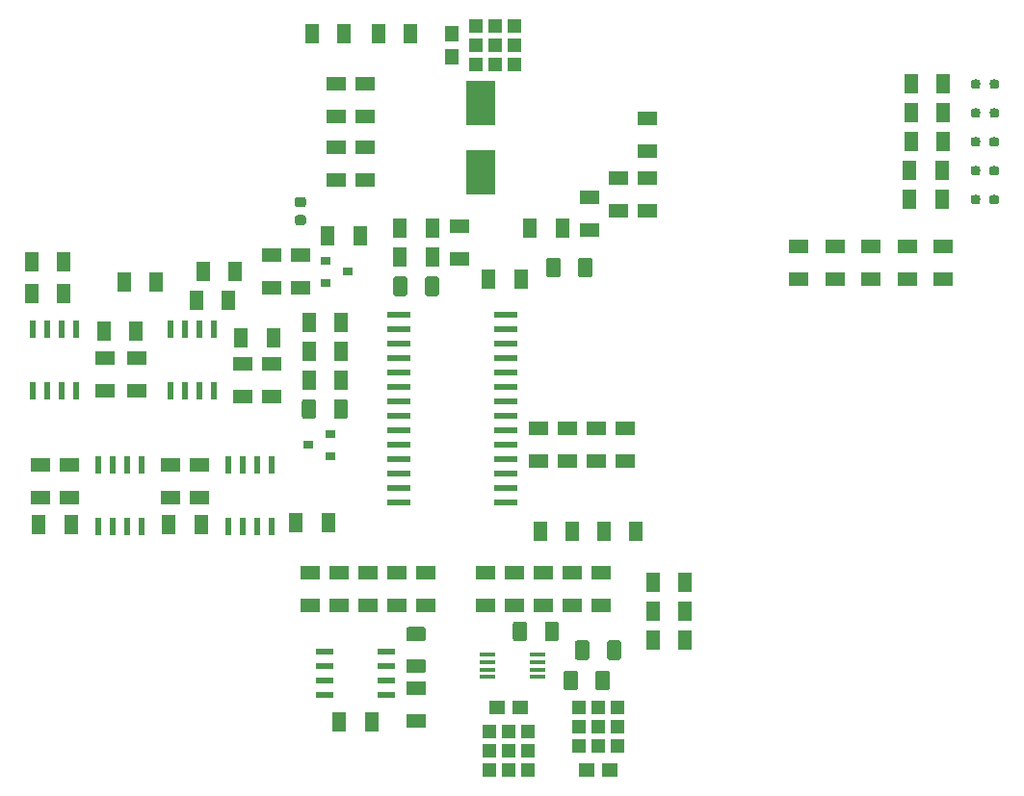
<source format=gbr>
G04 #@! TF.GenerationSoftware,KiCad,Pcbnew,(5.0.0)*
G04 #@! TF.CreationDate,2018-12-13T19:23:09+01:00*
G04 #@! TF.ProjectId,TrackAmplifier,547261636B416D706C69666965722E6B,rev?*
G04 #@! TF.SameCoordinates,Original*
G04 #@! TF.FileFunction,Paste,Top*
G04 #@! TF.FilePolarity,Positive*
%FSLAX46Y46*%
G04 Gerber Fmt 4.6, Leading zero omitted, Abs format (unit mm)*
G04 Created by KiCad (PCBNEW (5.0.0)) date 12/13/18 19:23:09*
%MOMM*%
%LPD*%
G01*
G04 APERTURE LIST*
%ADD10R,0.900000X0.800000*%
%ADD11R,1.220000X1.800000*%
%ADD12R,1.800000X1.220000*%
%ADD13R,0.600000X1.550000*%
%ADD14R,2.000000X0.600000*%
%ADD15C,0.100000*%
%ADD16C,1.250000*%
%ADD17R,1.200000X1.250000*%
%ADD18R,1.270000X1.400000*%
%ADD19R,1.400000X1.270000*%
%ADD20R,1.250000X1.200000*%
%ADD21R,1.550000X0.600000*%
%ADD22R,1.450000X0.450000*%
%ADD23C,0.875000*%
%ADD24R,2.500000X4.000000*%
%ADD25C,0.800000*%
G04 APERTURE END LIST*
D10*
G04 #@! TO.C,U10*
X90116000Y-89835000D03*
X90116000Y-87935000D03*
X88116000Y-88885000D03*
G04 #@! TD*
D11*
G04 #@! TO.C,R5*
X88448000Y-52690000D03*
X91308000Y-52690000D03*
G04 #@! TD*
D12*
G04 #@! TO.C,R17*
X117945000Y-63010000D03*
X117945000Y-60150000D03*
G04 #@! TD*
G04 #@! TO.C,C1*
X70320000Y-84092000D03*
X70320000Y-81232000D03*
G04 #@! TD*
G04 #@! TO.C,C2*
X84925000Y-81740000D03*
X84925000Y-84600000D03*
G04 #@! TD*
G04 #@! TO.C,C3*
X73096675Y-81232000D03*
X73096675Y-84092000D03*
G04 #@! TD*
G04 #@! TO.C,C4*
X82385000Y-81740000D03*
X82385000Y-84600000D03*
G04 #@! TD*
G04 #@! TO.C,C5*
X90640000Y-59962000D03*
X90640000Y-57102000D03*
G04 #@! TD*
G04 #@! TO.C,C7*
X93180000Y-57102000D03*
X93180000Y-59962000D03*
G04 #@! TD*
G04 #@! TO.C,C10*
X93180000Y-65550000D03*
X93180000Y-62690000D03*
G04 #@! TD*
G04 #@! TO.C,C11*
X64605000Y-93490000D03*
X64605000Y-90630000D03*
G04 #@! TD*
G04 #@! TO.C,C12*
X76035000Y-90630000D03*
X76035000Y-93490000D03*
G04 #@! TD*
G04 #@! TO.C,C13*
X90640000Y-62690000D03*
X90640000Y-65550000D03*
G04 #@! TD*
G04 #@! TO.C,C14*
X67145000Y-93490000D03*
X67145000Y-90630000D03*
G04 #@! TD*
G04 #@! TO.C,C15*
X78575000Y-90630000D03*
X78575000Y-93490000D03*
G04 #@! TD*
G04 #@! TO.C,C19*
X90894000Y-100155000D03*
X90894000Y-103015000D03*
G04 #@! TD*
G04 #@! TO.C,C20*
X93434000Y-103015000D03*
X93434000Y-100155000D03*
G04 #@! TD*
G04 #@! TO.C,C22*
X95974000Y-100155000D03*
X95974000Y-103015000D03*
G04 #@! TD*
G04 #@! TO.C,C23*
X106261000Y-103015000D03*
X106261000Y-100155000D03*
G04 #@! TD*
G04 #@! TO.C,C24*
X108801000Y-100155000D03*
X108801000Y-103015000D03*
G04 #@! TD*
G04 #@! TO.C,C26*
X110960000Y-87452479D03*
X110960000Y-90312479D03*
G04 #@! TD*
G04 #@! TO.C,C27*
X108420000Y-90315000D03*
X108420000Y-87455000D03*
G04 #@! TD*
G04 #@! TO.C,C28*
X111341000Y-100155000D03*
X111341000Y-103015000D03*
G04 #@! TD*
G04 #@! TO.C,C29*
X113500000Y-87455000D03*
X113500000Y-90315000D03*
G04 #@! TD*
D11*
G04 #@! TO.C,C30*
X74798000Y-74534000D03*
X71938000Y-74534000D03*
G04 #@! TD*
G04 #@! TO.C,C31*
X99055000Y-72375000D03*
X96195000Y-72375000D03*
G04 #@! TD*
G04 #@! TO.C,D5*
X81750000Y-73645000D03*
X78890000Y-73645000D03*
G04 #@! TD*
G04 #@! TO.C,D6*
X81148000Y-76185000D03*
X78288000Y-76185000D03*
G04 #@! TD*
D10*
G04 #@! TO.C,Q1*
X89640000Y-72695000D03*
X89640000Y-74595000D03*
X91640000Y-73645000D03*
G04 #@! TD*
D11*
G04 #@! TO.C,R1*
X70160000Y-78852000D03*
X73020000Y-78852000D03*
G04 #@! TD*
G04 #@! TO.C,R2*
X82225000Y-79487000D03*
X85085000Y-79487000D03*
G04 #@! TD*
G04 #@! TO.C,R3*
X97150000Y-52690000D03*
X94290000Y-52690000D03*
G04 #@! TD*
D12*
G04 #@! TO.C,R4*
X140805000Y-71420000D03*
X140805000Y-74280000D03*
G04 #@! TD*
G04 #@! TO.C,R6*
X137630000Y-71420000D03*
X137630000Y-74280000D03*
G04 #@! TD*
G04 #@! TO.C,R7*
X143980000Y-71420000D03*
X143980000Y-74280000D03*
G04 #@! TD*
G04 #@! TO.C,R8*
X84925000Y-75075000D03*
X84925000Y-72215000D03*
G04 #@! TD*
D11*
G04 #@! TO.C,R9*
X64445000Y-95870000D03*
X67305000Y-95870000D03*
G04 #@! TD*
G04 #@! TO.C,R10*
X78735000Y-95870000D03*
X75875000Y-95870000D03*
G04 #@! TD*
G04 #@! TO.C,R11*
X118420000Y-106030000D03*
X121280000Y-106030000D03*
G04 #@! TD*
D12*
G04 #@! TO.C,R12*
X88354000Y-103015000D03*
X88354000Y-100155000D03*
G04 #@! TD*
D11*
G04 #@! TO.C,R13*
X93721000Y-113269000D03*
X90861000Y-113269000D03*
G04 #@! TD*
G04 #@! TO.C,R14*
X89911000Y-95743000D03*
X87051000Y-95743000D03*
G04 #@! TD*
D12*
G04 #@! TO.C,R15*
X97625000Y-113175000D03*
X97625000Y-110315000D03*
G04 #@! TD*
G04 #@! TO.C,R18*
X98514000Y-103015000D03*
X98514000Y-100155000D03*
G04 #@! TD*
G04 #@! TO.C,R19*
X103721000Y-103015000D03*
X103721000Y-100155000D03*
G04 #@! TD*
D11*
G04 #@! TO.C,R22*
X103975000Y-74280000D03*
X106835000Y-74280000D03*
G04 #@! TD*
D12*
G04 #@! TO.C,R23*
X113881000Y-103015000D03*
X113881000Y-100155000D03*
G04 #@! TD*
G04 #@! TO.C,R24*
X134455000Y-74280000D03*
X134455000Y-71420000D03*
G04 #@! TD*
G04 #@! TO.C,R25*
X116040000Y-90315000D03*
X116040000Y-87455000D03*
G04 #@! TD*
D11*
G04 #@! TO.C,R30*
X63810000Y-75550000D03*
X66670000Y-75550000D03*
G04 #@! TD*
G04 #@! TO.C,R31*
X99055000Y-69835000D03*
X96195000Y-69835000D03*
G04 #@! TD*
D12*
G04 #@! TO.C,R32*
X101435000Y-72535000D03*
X101435000Y-69675000D03*
G04 #@! TD*
D11*
G04 #@! TO.C,R33*
X63810000Y-72756000D03*
X66670000Y-72756000D03*
G04 #@! TD*
D13*
G04 #@! TO.C,U1*
X67780000Y-78692000D03*
X66510000Y-78692000D03*
X65240000Y-78692000D03*
X63970000Y-78692000D03*
X63970000Y-84092000D03*
X65240000Y-84092000D03*
X66510000Y-84092000D03*
X67780000Y-84092000D03*
G04 #@! TD*
G04 #@! TO.C,U2*
X79845000Y-78692000D03*
X78575000Y-78692000D03*
X77305000Y-78692000D03*
X76035000Y-78692000D03*
X76035000Y-84092000D03*
X77305000Y-84092000D03*
X78575000Y-84092000D03*
X79845000Y-84092000D03*
G04 #@! TD*
G04 #@! TO.C,U5*
X69685000Y-90630000D03*
X70955000Y-90630000D03*
X72225000Y-90630000D03*
X73495000Y-90630000D03*
X73495000Y-96030000D03*
X72225000Y-96030000D03*
X70955000Y-96030000D03*
X69685000Y-96030000D03*
G04 #@! TD*
G04 #@! TO.C,U6*
X81115000Y-90630000D03*
X82385000Y-90630000D03*
X83655000Y-90630000D03*
X84925000Y-90630000D03*
X84925000Y-96030000D03*
X83655000Y-96030000D03*
X82385000Y-96030000D03*
X81115000Y-96030000D03*
G04 #@! TD*
D14*
G04 #@! TO.C,U9*
X96100000Y-77452479D03*
X96100000Y-78722479D03*
X96100000Y-79992479D03*
X96100000Y-81262479D03*
X96100000Y-82532479D03*
X96100000Y-83802479D03*
X96100000Y-85072479D03*
X96100000Y-86342479D03*
X96100000Y-87612479D03*
X96100000Y-88882479D03*
X96100000Y-90152479D03*
X96100000Y-91422479D03*
X96100000Y-92692479D03*
X96100000Y-93962479D03*
X105500000Y-93962479D03*
X105500000Y-92692479D03*
X105500000Y-91422479D03*
X105500000Y-90152479D03*
X105500000Y-88882479D03*
X105500000Y-87612479D03*
X105500000Y-86342479D03*
X105500000Y-85072479D03*
X105500000Y-83802479D03*
X105500000Y-82532479D03*
X105500000Y-81262479D03*
X105500000Y-79992479D03*
X105500000Y-78722479D03*
X105500000Y-77452479D03*
G04 #@! TD*
D11*
G04 #@! TO.C,C32*
X88194000Y-80630000D03*
X91054000Y-80630000D03*
G04 #@! TD*
G04 #@! TO.C,C33*
X91054000Y-83170000D03*
X88194000Y-83170000D03*
G04 #@! TD*
G04 #@! TO.C,R34*
X88194000Y-78090000D03*
X91054000Y-78090000D03*
G04 #@! TD*
G04 #@! TO.C,C34*
X121280000Y-103490000D03*
X118420000Y-103490000D03*
G04 #@! TD*
G04 #@! TO.C,C35*
X118420000Y-100950000D03*
X121280000Y-100950000D03*
G04 #@! TD*
D12*
G04 #@! TO.C,R36*
X87465000Y-72215000D03*
X87465000Y-75075000D03*
G04 #@! TD*
D11*
G04 #@! TO.C,R37*
X116962000Y-96505000D03*
X114102000Y-96505000D03*
G04 #@! TD*
D12*
G04 #@! TO.C,C36*
X112865000Y-69995000D03*
X112865000Y-67135000D03*
G04 #@! TD*
D11*
G04 #@! TO.C,D9*
X110485000Y-69835000D03*
X107625000Y-69835000D03*
G04 #@! TD*
D12*
G04 #@! TO.C,D10*
X115405000Y-65390000D03*
X115405000Y-68250000D03*
G04 #@! TD*
G04 #@! TO.C,R39*
X117945000Y-68250000D03*
X117945000Y-65390000D03*
G04 #@! TD*
D11*
G04 #@! TO.C,R26*
X141120000Y-57135000D03*
X143980000Y-57135000D03*
G04 #@! TD*
G04 #@! TO.C,R27*
X143980000Y-59675000D03*
X141120000Y-59675000D03*
G04 #@! TD*
G04 #@! TO.C,R28*
X141120000Y-62215000D03*
X143980000Y-62215000D03*
G04 #@! TD*
G04 #@! TO.C,R29*
X143877815Y-67295000D03*
X141017815Y-67295000D03*
G04 #@! TD*
G04 #@! TO.C,R35*
X143877815Y-64755000D03*
X141017815Y-64755000D03*
G04 #@! TD*
G04 #@! TO.C,C37*
X92705000Y-70470000D03*
X89845000Y-70470000D03*
G04 #@! TD*
D12*
G04 #@! TO.C,R40*
X131280000Y-71420000D03*
X131280000Y-74280000D03*
G04 #@! TD*
D11*
G04 #@! TO.C,C38*
X108514000Y-96505000D03*
X111374000Y-96505000D03*
G04 #@! TD*
D15*
G04 #@! TO.C,C39*
G36*
X88623504Y-84836204D02*
X88647773Y-84839804D01*
X88671571Y-84845765D01*
X88694671Y-84854030D01*
X88716849Y-84864520D01*
X88737893Y-84877133D01*
X88757598Y-84891747D01*
X88775777Y-84908223D01*
X88792253Y-84926402D01*
X88806867Y-84946107D01*
X88819480Y-84967151D01*
X88829970Y-84989329D01*
X88838235Y-85012429D01*
X88844196Y-85036227D01*
X88847796Y-85060496D01*
X88849000Y-85085000D01*
X88849000Y-86335000D01*
X88847796Y-86359504D01*
X88844196Y-86383773D01*
X88838235Y-86407571D01*
X88829970Y-86430671D01*
X88819480Y-86452849D01*
X88806867Y-86473893D01*
X88792253Y-86493598D01*
X88775777Y-86511777D01*
X88757598Y-86528253D01*
X88737893Y-86542867D01*
X88716849Y-86555480D01*
X88694671Y-86565970D01*
X88671571Y-86574235D01*
X88647773Y-86580196D01*
X88623504Y-86583796D01*
X88599000Y-86585000D01*
X87849000Y-86585000D01*
X87824496Y-86583796D01*
X87800227Y-86580196D01*
X87776429Y-86574235D01*
X87753329Y-86565970D01*
X87731151Y-86555480D01*
X87710107Y-86542867D01*
X87690402Y-86528253D01*
X87672223Y-86511777D01*
X87655747Y-86493598D01*
X87641133Y-86473893D01*
X87628520Y-86452849D01*
X87618030Y-86430671D01*
X87609765Y-86407571D01*
X87603804Y-86383773D01*
X87600204Y-86359504D01*
X87599000Y-86335000D01*
X87599000Y-85085000D01*
X87600204Y-85060496D01*
X87603804Y-85036227D01*
X87609765Y-85012429D01*
X87618030Y-84989329D01*
X87628520Y-84967151D01*
X87641133Y-84946107D01*
X87655747Y-84926402D01*
X87672223Y-84908223D01*
X87690402Y-84891747D01*
X87710107Y-84877133D01*
X87731151Y-84864520D01*
X87753329Y-84854030D01*
X87776429Y-84845765D01*
X87800227Y-84839804D01*
X87824496Y-84836204D01*
X87849000Y-84835000D01*
X88599000Y-84835000D01*
X88623504Y-84836204D01*
X88623504Y-84836204D01*
G37*
D16*
X88224000Y-85710000D03*
D15*
G36*
X91423504Y-84836204D02*
X91447773Y-84839804D01*
X91471571Y-84845765D01*
X91494671Y-84854030D01*
X91516849Y-84864520D01*
X91537893Y-84877133D01*
X91557598Y-84891747D01*
X91575777Y-84908223D01*
X91592253Y-84926402D01*
X91606867Y-84946107D01*
X91619480Y-84967151D01*
X91629970Y-84989329D01*
X91638235Y-85012429D01*
X91644196Y-85036227D01*
X91647796Y-85060496D01*
X91649000Y-85085000D01*
X91649000Y-86335000D01*
X91647796Y-86359504D01*
X91644196Y-86383773D01*
X91638235Y-86407571D01*
X91629970Y-86430671D01*
X91619480Y-86452849D01*
X91606867Y-86473893D01*
X91592253Y-86493598D01*
X91575777Y-86511777D01*
X91557598Y-86528253D01*
X91537893Y-86542867D01*
X91516849Y-86555480D01*
X91494671Y-86565970D01*
X91471571Y-86574235D01*
X91447773Y-86580196D01*
X91423504Y-86583796D01*
X91399000Y-86585000D01*
X90649000Y-86585000D01*
X90624496Y-86583796D01*
X90600227Y-86580196D01*
X90576429Y-86574235D01*
X90553329Y-86565970D01*
X90531151Y-86555480D01*
X90510107Y-86542867D01*
X90490402Y-86528253D01*
X90472223Y-86511777D01*
X90455747Y-86493598D01*
X90441133Y-86473893D01*
X90428520Y-86452849D01*
X90418030Y-86430671D01*
X90409765Y-86407571D01*
X90403804Y-86383773D01*
X90400204Y-86359504D01*
X90399000Y-86335000D01*
X90399000Y-85085000D01*
X90400204Y-85060496D01*
X90403804Y-85036227D01*
X90409765Y-85012429D01*
X90418030Y-84989329D01*
X90428520Y-84967151D01*
X90441133Y-84946107D01*
X90455747Y-84926402D01*
X90472223Y-84908223D01*
X90490402Y-84891747D01*
X90510107Y-84877133D01*
X90531151Y-84864520D01*
X90553329Y-84854030D01*
X90576429Y-84845765D01*
X90600227Y-84839804D01*
X90624496Y-84836204D01*
X90649000Y-84835000D01*
X91399000Y-84835000D01*
X91423504Y-84836204D01*
X91423504Y-84836204D01*
G37*
D16*
X91024000Y-85710000D03*
G04 #@! TD*
D17*
G04 #@! TO.C,D7*
X106270000Y-52006000D03*
X106270000Y-55406000D03*
X106270000Y-53706000D03*
X104610000Y-52006000D03*
X104610000Y-53706000D03*
X104610000Y-55406000D03*
X102920000Y-52006000D03*
X102920000Y-53706000D03*
X102920000Y-55406000D03*
D18*
X100805000Y-52666000D03*
X100805000Y-54746000D03*
G04 #@! TD*
D19*
G04 #@! TO.C,D11*
X114667000Y-117455000D03*
X112587000Y-117455000D03*
D20*
X115327000Y-115340000D03*
X113627000Y-115340000D03*
X111927000Y-115340000D03*
X115327000Y-113650000D03*
X113627000Y-113650000D03*
X111927000Y-113650000D03*
X113627000Y-111990000D03*
X115327000Y-111990000D03*
X111927000Y-111990000D03*
G04 #@! TD*
D19*
G04 #@! TO.C,D12*
X104713000Y-112004000D03*
X106793000Y-112004000D03*
D20*
X104053000Y-114119000D03*
X105753000Y-114119000D03*
X107453000Y-114119000D03*
X104053000Y-115809000D03*
X105753000Y-115809000D03*
X107453000Y-115809000D03*
X105753000Y-117469000D03*
X104053000Y-117469000D03*
X107453000Y-117469000D03*
G04 #@! TD*
D15*
G04 #@! TO.C,D14*
G36*
X107165504Y-104394204D02*
X107189773Y-104397804D01*
X107213571Y-104403765D01*
X107236671Y-104412030D01*
X107258849Y-104422520D01*
X107279893Y-104435133D01*
X107299598Y-104449747D01*
X107317777Y-104466223D01*
X107334253Y-104484402D01*
X107348867Y-104504107D01*
X107361480Y-104525151D01*
X107371970Y-104547329D01*
X107380235Y-104570429D01*
X107386196Y-104594227D01*
X107389796Y-104618496D01*
X107391000Y-104643000D01*
X107391000Y-105893000D01*
X107389796Y-105917504D01*
X107386196Y-105941773D01*
X107380235Y-105965571D01*
X107371970Y-105988671D01*
X107361480Y-106010849D01*
X107348867Y-106031893D01*
X107334253Y-106051598D01*
X107317777Y-106069777D01*
X107299598Y-106086253D01*
X107279893Y-106100867D01*
X107258849Y-106113480D01*
X107236671Y-106123970D01*
X107213571Y-106132235D01*
X107189773Y-106138196D01*
X107165504Y-106141796D01*
X107141000Y-106143000D01*
X106391000Y-106143000D01*
X106366496Y-106141796D01*
X106342227Y-106138196D01*
X106318429Y-106132235D01*
X106295329Y-106123970D01*
X106273151Y-106113480D01*
X106252107Y-106100867D01*
X106232402Y-106086253D01*
X106214223Y-106069777D01*
X106197747Y-106051598D01*
X106183133Y-106031893D01*
X106170520Y-106010849D01*
X106160030Y-105988671D01*
X106151765Y-105965571D01*
X106145804Y-105941773D01*
X106142204Y-105917504D01*
X106141000Y-105893000D01*
X106141000Y-104643000D01*
X106142204Y-104618496D01*
X106145804Y-104594227D01*
X106151765Y-104570429D01*
X106160030Y-104547329D01*
X106170520Y-104525151D01*
X106183133Y-104504107D01*
X106197747Y-104484402D01*
X106214223Y-104466223D01*
X106232402Y-104449747D01*
X106252107Y-104435133D01*
X106273151Y-104422520D01*
X106295329Y-104412030D01*
X106318429Y-104403765D01*
X106342227Y-104397804D01*
X106366496Y-104394204D01*
X106391000Y-104393000D01*
X107141000Y-104393000D01*
X107165504Y-104394204D01*
X107165504Y-104394204D01*
G37*
D16*
X106766000Y-105268000D03*
D15*
G36*
X109965504Y-104394204D02*
X109989773Y-104397804D01*
X110013571Y-104403765D01*
X110036671Y-104412030D01*
X110058849Y-104422520D01*
X110079893Y-104435133D01*
X110099598Y-104449747D01*
X110117777Y-104466223D01*
X110134253Y-104484402D01*
X110148867Y-104504107D01*
X110161480Y-104525151D01*
X110171970Y-104547329D01*
X110180235Y-104570429D01*
X110186196Y-104594227D01*
X110189796Y-104618496D01*
X110191000Y-104643000D01*
X110191000Y-105893000D01*
X110189796Y-105917504D01*
X110186196Y-105941773D01*
X110180235Y-105965571D01*
X110171970Y-105988671D01*
X110161480Y-106010849D01*
X110148867Y-106031893D01*
X110134253Y-106051598D01*
X110117777Y-106069777D01*
X110099598Y-106086253D01*
X110079893Y-106100867D01*
X110058849Y-106113480D01*
X110036671Y-106123970D01*
X110013571Y-106132235D01*
X109989773Y-106138196D01*
X109965504Y-106141796D01*
X109941000Y-106143000D01*
X109191000Y-106143000D01*
X109166496Y-106141796D01*
X109142227Y-106138196D01*
X109118429Y-106132235D01*
X109095329Y-106123970D01*
X109073151Y-106113480D01*
X109052107Y-106100867D01*
X109032402Y-106086253D01*
X109014223Y-106069777D01*
X108997747Y-106051598D01*
X108983133Y-106031893D01*
X108970520Y-106010849D01*
X108960030Y-105988671D01*
X108951765Y-105965571D01*
X108945804Y-105941773D01*
X108942204Y-105917504D01*
X108941000Y-105893000D01*
X108941000Y-104643000D01*
X108942204Y-104618496D01*
X108945804Y-104594227D01*
X108951765Y-104570429D01*
X108960030Y-104547329D01*
X108970520Y-104525151D01*
X108983133Y-104504107D01*
X108997747Y-104484402D01*
X109014223Y-104466223D01*
X109032402Y-104449747D01*
X109052107Y-104435133D01*
X109073151Y-104422520D01*
X109095329Y-104412030D01*
X109118429Y-104403765D01*
X109142227Y-104397804D01*
X109166496Y-104394204D01*
X109191000Y-104393000D01*
X109941000Y-104393000D01*
X109965504Y-104394204D01*
X109965504Y-104394204D01*
G37*
D16*
X109566000Y-105268000D03*
G04 #@! TD*
D15*
G04 #@! TO.C,D15*
G36*
X115426504Y-106045204D02*
X115450773Y-106048804D01*
X115474571Y-106054765D01*
X115497671Y-106063030D01*
X115519849Y-106073520D01*
X115540893Y-106086133D01*
X115560598Y-106100747D01*
X115578777Y-106117223D01*
X115595253Y-106135402D01*
X115609867Y-106155107D01*
X115622480Y-106176151D01*
X115632970Y-106198329D01*
X115641235Y-106221429D01*
X115647196Y-106245227D01*
X115650796Y-106269496D01*
X115652000Y-106294000D01*
X115652000Y-107544000D01*
X115650796Y-107568504D01*
X115647196Y-107592773D01*
X115641235Y-107616571D01*
X115632970Y-107639671D01*
X115622480Y-107661849D01*
X115609867Y-107682893D01*
X115595253Y-107702598D01*
X115578777Y-107720777D01*
X115560598Y-107737253D01*
X115540893Y-107751867D01*
X115519849Y-107764480D01*
X115497671Y-107774970D01*
X115474571Y-107783235D01*
X115450773Y-107789196D01*
X115426504Y-107792796D01*
X115402000Y-107794000D01*
X114652000Y-107794000D01*
X114627496Y-107792796D01*
X114603227Y-107789196D01*
X114579429Y-107783235D01*
X114556329Y-107774970D01*
X114534151Y-107764480D01*
X114513107Y-107751867D01*
X114493402Y-107737253D01*
X114475223Y-107720777D01*
X114458747Y-107702598D01*
X114444133Y-107682893D01*
X114431520Y-107661849D01*
X114421030Y-107639671D01*
X114412765Y-107616571D01*
X114406804Y-107592773D01*
X114403204Y-107568504D01*
X114402000Y-107544000D01*
X114402000Y-106294000D01*
X114403204Y-106269496D01*
X114406804Y-106245227D01*
X114412765Y-106221429D01*
X114421030Y-106198329D01*
X114431520Y-106176151D01*
X114444133Y-106155107D01*
X114458747Y-106135402D01*
X114475223Y-106117223D01*
X114493402Y-106100747D01*
X114513107Y-106086133D01*
X114534151Y-106073520D01*
X114556329Y-106063030D01*
X114579429Y-106054765D01*
X114603227Y-106048804D01*
X114627496Y-106045204D01*
X114652000Y-106044000D01*
X115402000Y-106044000D01*
X115426504Y-106045204D01*
X115426504Y-106045204D01*
G37*
D16*
X115027000Y-106919000D03*
D15*
G36*
X112626504Y-106045204D02*
X112650773Y-106048804D01*
X112674571Y-106054765D01*
X112697671Y-106063030D01*
X112719849Y-106073520D01*
X112740893Y-106086133D01*
X112760598Y-106100747D01*
X112778777Y-106117223D01*
X112795253Y-106135402D01*
X112809867Y-106155107D01*
X112822480Y-106176151D01*
X112832970Y-106198329D01*
X112841235Y-106221429D01*
X112847196Y-106245227D01*
X112850796Y-106269496D01*
X112852000Y-106294000D01*
X112852000Y-107544000D01*
X112850796Y-107568504D01*
X112847196Y-107592773D01*
X112841235Y-107616571D01*
X112832970Y-107639671D01*
X112822480Y-107661849D01*
X112809867Y-107682893D01*
X112795253Y-107702598D01*
X112778777Y-107720777D01*
X112760598Y-107737253D01*
X112740893Y-107751867D01*
X112719849Y-107764480D01*
X112697671Y-107774970D01*
X112674571Y-107783235D01*
X112650773Y-107789196D01*
X112626504Y-107792796D01*
X112602000Y-107794000D01*
X111852000Y-107794000D01*
X111827496Y-107792796D01*
X111803227Y-107789196D01*
X111779429Y-107783235D01*
X111756329Y-107774970D01*
X111734151Y-107764480D01*
X111713107Y-107751867D01*
X111693402Y-107737253D01*
X111675223Y-107720777D01*
X111658747Y-107702598D01*
X111644133Y-107682893D01*
X111631520Y-107661849D01*
X111621030Y-107639671D01*
X111612765Y-107616571D01*
X111606804Y-107592773D01*
X111603204Y-107568504D01*
X111602000Y-107544000D01*
X111602000Y-106294000D01*
X111603204Y-106269496D01*
X111606804Y-106245227D01*
X111612765Y-106221429D01*
X111621030Y-106198329D01*
X111631520Y-106176151D01*
X111644133Y-106155107D01*
X111658747Y-106135402D01*
X111675223Y-106117223D01*
X111693402Y-106100747D01*
X111713107Y-106086133D01*
X111734151Y-106073520D01*
X111756329Y-106063030D01*
X111779429Y-106054765D01*
X111803227Y-106048804D01*
X111827496Y-106045204D01*
X111852000Y-106044000D01*
X112602000Y-106044000D01*
X112626504Y-106045204D01*
X112626504Y-106045204D01*
G37*
D16*
X112227000Y-106919000D03*
G04 #@! TD*
D15*
G04 #@! TO.C,R41*
G36*
X111610504Y-108712204D02*
X111634773Y-108715804D01*
X111658571Y-108721765D01*
X111681671Y-108730030D01*
X111703849Y-108740520D01*
X111724893Y-108753133D01*
X111744598Y-108767747D01*
X111762777Y-108784223D01*
X111779253Y-108802402D01*
X111793867Y-108822107D01*
X111806480Y-108843151D01*
X111816970Y-108865329D01*
X111825235Y-108888429D01*
X111831196Y-108912227D01*
X111834796Y-108936496D01*
X111836000Y-108961000D01*
X111836000Y-110211000D01*
X111834796Y-110235504D01*
X111831196Y-110259773D01*
X111825235Y-110283571D01*
X111816970Y-110306671D01*
X111806480Y-110328849D01*
X111793867Y-110349893D01*
X111779253Y-110369598D01*
X111762777Y-110387777D01*
X111744598Y-110404253D01*
X111724893Y-110418867D01*
X111703849Y-110431480D01*
X111681671Y-110441970D01*
X111658571Y-110450235D01*
X111634773Y-110456196D01*
X111610504Y-110459796D01*
X111586000Y-110461000D01*
X110836000Y-110461000D01*
X110811496Y-110459796D01*
X110787227Y-110456196D01*
X110763429Y-110450235D01*
X110740329Y-110441970D01*
X110718151Y-110431480D01*
X110697107Y-110418867D01*
X110677402Y-110404253D01*
X110659223Y-110387777D01*
X110642747Y-110369598D01*
X110628133Y-110349893D01*
X110615520Y-110328849D01*
X110605030Y-110306671D01*
X110596765Y-110283571D01*
X110590804Y-110259773D01*
X110587204Y-110235504D01*
X110586000Y-110211000D01*
X110586000Y-108961000D01*
X110587204Y-108936496D01*
X110590804Y-108912227D01*
X110596765Y-108888429D01*
X110605030Y-108865329D01*
X110615520Y-108843151D01*
X110628133Y-108822107D01*
X110642747Y-108802402D01*
X110659223Y-108784223D01*
X110677402Y-108767747D01*
X110697107Y-108753133D01*
X110718151Y-108740520D01*
X110740329Y-108730030D01*
X110763429Y-108721765D01*
X110787227Y-108715804D01*
X110811496Y-108712204D01*
X110836000Y-108711000D01*
X111586000Y-108711000D01*
X111610504Y-108712204D01*
X111610504Y-108712204D01*
G37*
D16*
X111211000Y-109586000D03*
D15*
G36*
X114410504Y-108712204D02*
X114434773Y-108715804D01*
X114458571Y-108721765D01*
X114481671Y-108730030D01*
X114503849Y-108740520D01*
X114524893Y-108753133D01*
X114544598Y-108767747D01*
X114562777Y-108784223D01*
X114579253Y-108802402D01*
X114593867Y-108822107D01*
X114606480Y-108843151D01*
X114616970Y-108865329D01*
X114625235Y-108888429D01*
X114631196Y-108912227D01*
X114634796Y-108936496D01*
X114636000Y-108961000D01*
X114636000Y-110211000D01*
X114634796Y-110235504D01*
X114631196Y-110259773D01*
X114625235Y-110283571D01*
X114616970Y-110306671D01*
X114606480Y-110328849D01*
X114593867Y-110349893D01*
X114579253Y-110369598D01*
X114562777Y-110387777D01*
X114544598Y-110404253D01*
X114524893Y-110418867D01*
X114503849Y-110431480D01*
X114481671Y-110441970D01*
X114458571Y-110450235D01*
X114434773Y-110456196D01*
X114410504Y-110459796D01*
X114386000Y-110461000D01*
X113636000Y-110461000D01*
X113611496Y-110459796D01*
X113587227Y-110456196D01*
X113563429Y-110450235D01*
X113540329Y-110441970D01*
X113518151Y-110431480D01*
X113497107Y-110418867D01*
X113477402Y-110404253D01*
X113459223Y-110387777D01*
X113442747Y-110369598D01*
X113428133Y-110349893D01*
X113415520Y-110328849D01*
X113405030Y-110306671D01*
X113396765Y-110283571D01*
X113390804Y-110259773D01*
X113387204Y-110235504D01*
X113386000Y-110211000D01*
X113386000Y-108961000D01*
X113387204Y-108936496D01*
X113390804Y-108912227D01*
X113396765Y-108888429D01*
X113405030Y-108865329D01*
X113415520Y-108843151D01*
X113428133Y-108822107D01*
X113442747Y-108802402D01*
X113459223Y-108784223D01*
X113477402Y-108767747D01*
X113497107Y-108753133D01*
X113518151Y-108740520D01*
X113540329Y-108730030D01*
X113563429Y-108721765D01*
X113587227Y-108715804D01*
X113611496Y-108712204D01*
X113636000Y-108711000D01*
X114386000Y-108711000D01*
X114410504Y-108712204D01*
X114410504Y-108712204D01*
G37*
D16*
X114011000Y-109586000D03*
G04 #@! TD*
D15*
G04 #@! TO.C,R42*
G36*
X98274504Y-107695204D02*
X98298773Y-107698804D01*
X98322571Y-107704765D01*
X98345671Y-107713030D01*
X98367849Y-107723520D01*
X98388893Y-107736133D01*
X98408598Y-107750747D01*
X98426777Y-107767223D01*
X98443253Y-107785402D01*
X98457867Y-107805107D01*
X98470480Y-107826151D01*
X98480970Y-107848329D01*
X98489235Y-107871429D01*
X98495196Y-107895227D01*
X98498796Y-107919496D01*
X98500000Y-107944000D01*
X98500000Y-108694000D01*
X98498796Y-108718504D01*
X98495196Y-108742773D01*
X98489235Y-108766571D01*
X98480970Y-108789671D01*
X98470480Y-108811849D01*
X98457867Y-108832893D01*
X98443253Y-108852598D01*
X98426777Y-108870777D01*
X98408598Y-108887253D01*
X98388893Y-108901867D01*
X98367849Y-108914480D01*
X98345671Y-108924970D01*
X98322571Y-108933235D01*
X98298773Y-108939196D01*
X98274504Y-108942796D01*
X98250000Y-108944000D01*
X97000000Y-108944000D01*
X96975496Y-108942796D01*
X96951227Y-108939196D01*
X96927429Y-108933235D01*
X96904329Y-108924970D01*
X96882151Y-108914480D01*
X96861107Y-108901867D01*
X96841402Y-108887253D01*
X96823223Y-108870777D01*
X96806747Y-108852598D01*
X96792133Y-108832893D01*
X96779520Y-108811849D01*
X96769030Y-108789671D01*
X96760765Y-108766571D01*
X96754804Y-108742773D01*
X96751204Y-108718504D01*
X96750000Y-108694000D01*
X96750000Y-107944000D01*
X96751204Y-107919496D01*
X96754804Y-107895227D01*
X96760765Y-107871429D01*
X96769030Y-107848329D01*
X96779520Y-107826151D01*
X96792133Y-107805107D01*
X96806747Y-107785402D01*
X96823223Y-107767223D01*
X96841402Y-107750747D01*
X96861107Y-107736133D01*
X96882151Y-107723520D01*
X96904329Y-107713030D01*
X96927429Y-107704765D01*
X96951227Y-107698804D01*
X96975496Y-107695204D01*
X97000000Y-107694000D01*
X98250000Y-107694000D01*
X98274504Y-107695204D01*
X98274504Y-107695204D01*
G37*
D16*
X97625000Y-108319000D03*
D15*
G36*
X98274504Y-104895204D02*
X98298773Y-104898804D01*
X98322571Y-104904765D01*
X98345671Y-104913030D01*
X98367849Y-104923520D01*
X98388893Y-104936133D01*
X98408598Y-104950747D01*
X98426777Y-104967223D01*
X98443253Y-104985402D01*
X98457867Y-105005107D01*
X98470480Y-105026151D01*
X98480970Y-105048329D01*
X98489235Y-105071429D01*
X98495196Y-105095227D01*
X98498796Y-105119496D01*
X98500000Y-105144000D01*
X98500000Y-105894000D01*
X98498796Y-105918504D01*
X98495196Y-105942773D01*
X98489235Y-105966571D01*
X98480970Y-105989671D01*
X98470480Y-106011849D01*
X98457867Y-106032893D01*
X98443253Y-106052598D01*
X98426777Y-106070777D01*
X98408598Y-106087253D01*
X98388893Y-106101867D01*
X98367849Y-106114480D01*
X98345671Y-106124970D01*
X98322571Y-106133235D01*
X98298773Y-106139196D01*
X98274504Y-106142796D01*
X98250000Y-106144000D01*
X97000000Y-106144000D01*
X96975496Y-106142796D01*
X96951227Y-106139196D01*
X96927429Y-106133235D01*
X96904329Y-106124970D01*
X96882151Y-106114480D01*
X96861107Y-106101867D01*
X96841402Y-106087253D01*
X96823223Y-106070777D01*
X96806747Y-106052598D01*
X96792133Y-106032893D01*
X96779520Y-106011849D01*
X96769030Y-105989671D01*
X96760765Y-105966571D01*
X96754804Y-105942773D01*
X96751204Y-105918504D01*
X96750000Y-105894000D01*
X96750000Y-105144000D01*
X96751204Y-105119496D01*
X96754804Y-105095227D01*
X96760765Y-105071429D01*
X96769030Y-105048329D01*
X96779520Y-105026151D01*
X96792133Y-105005107D01*
X96806747Y-104985402D01*
X96823223Y-104967223D01*
X96841402Y-104950747D01*
X96861107Y-104936133D01*
X96882151Y-104923520D01*
X96904329Y-104913030D01*
X96927429Y-104904765D01*
X96951227Y-104898804D01*
X96975496Y-104895204D01*
X97000000Y-104894000D01*
X98250000Y-104894000D01*
X98274504Y-104895204D01*
X98274504Y-104895204D01*
G37*
D16*
X97625000Y-105519000D03*
G04 #@! TD*
D15*
G04 #@! TO.C,R44*
G36*
X96627504Y-74041204D02*
X96651773Y-74044804D01*
X96675571Y-74050765D01*
X96698671Y-74059030D01*
X96720849Y-74069520D01*
X96741893Y-74082133D01*
X96761598Y-74096747D01*
X96779777Y-74113223D01*
X96796253Y-74131402D01*
X96810867Y-74151107D01*
X96823480Y-74172151D01*
X96833970Y-74194329D01*
X96842235Y-74217429D01*
X96848196Y-74241227D01*
X96851796Y-74265496D01*
X96853000Y-74290000D01*
X96853000Y-75540000D01*
X96851796Y-75564504D01*
X96848196Y-75588773D01*
X96842235Y-75612571D01*
X96833970Y-75635671D01*
X96823480Y-75657849D01*
X96810867Y-75678893D01*
X96796253Y-75698598D01*
X96779777Y-75716777D01*
X96761598Y-75733253D01*
X96741893Y-75747867D01*
X96720849Y-75760480D01*
X96698671Y-75770970D01*
X96675571Y-75779235D01*
X96651773Y-75785196D01*
X96627504Y-75788796D01*
X96603000Y-75790000D01*
X95853000Y-75790000D01*
X95828496Y-75788796D01*
X95804227Y-75785196D01*
X95780429Y-75779235D01*
X95757329Y-75770970D01*
X95735151Y-75760480D01*
X95714107Y-75747867D01*
X95694402Y-75733253D01*
X95676223Y-75716777D01*
X95659747Y-75698598D01*
X95645133Y-75678893D01*
X95632520Y-75657849D01*
X95622030Y-75635671D01*
X95613765Y-75612571D01*
X95607804Y-75588773D01*
X95604204Y-75564504D01*
X95603000Y-75540000D01*
X95603000Y-74290000D01*
X95604204Y-74265496D01*
X95607804Y-74241227D01*
X95613765Y-74217429D01*
X95622030Y-74194329D01*
X95632520Y-74172151D01*
X95645133Y-74151107D01*
X95659747Y-74131402D01*
X95676223Y-74113223D01*
X95694402Y-74096747D01*
X95714107Y-74082133D01*
X95735151Y-74069520D01*
X95757329Y-74059030D01*
X95780429Y-74050765D01*
X95804227Y-74044804D01*
X95828496Y-74041204D01*
X95853000Y-74040000D01*
X96603000Y-74040000D01*
X96627504Y-74041204D01*
X96627504Y-74041204D01*
G37*
D16*
X96228000Y-74915000D03*
D15*
G36*
X99427504Y-74041204D02*
X99451773Y-74044804D01*
X99475571Y-74050765D01*
X99498671Y-74059030D01*
X99520849Y-74069520D01*
X99541893Y-74082133D01*
X99561598Y-74096747D01*
X99579777Y-74113223D01*
X99596253Y-74131402D01*
X99610867Y-74151107D01*
X99623480Y-74172151D01*
X99633970Y-74194329D01*
X99642235Y-74217429D01*
X99648196Y-74241227D01*
X99651796Y-74265496D01*
X99653000Y-74290000D01*
X99653000Y-75540000D01*
X99651796Y-75564504D01*
X99648196Y-75588773D01*
X99642235Y-75612571D01*
X99633970Y-75635671D01*
X99623480Y-75657849D01*
X99610867Y-75678893D01*
X99596253Y-75698598D01*
X99579777Y-75716777D01*
X99561598Y-75733253D01*
X99541893Y-75747867D01*
X99520849Y-75760480D01*
X99498671Y-75770970D01*
X99475571Y-75779235D01*
X99451773Y-75785196D01*
X99427504Y-75788796D01*
X99403000Y-75790000D01*
X98653000Y-75790000D01*
X98628496Y-75788796D01*
X98604227Y-75785196D01*
X98580429Y-75779235D01*
X98557329Y-75770970D01*
X98535151Y-75760480D01*
X98514107Y-75747867D01*
X98494402Y-75733253D01*
X98476223Y-75716777D01*
X98459747Y-75698598D01*
X98445133Y-75678893D01*
X98432520Y-75657849D01*
X98422030Y-75635671D01*
X98413765Y-75612571D01*
X98407804Y-75588773D01*
X98404204Y-75564504D01*
X98403000Y-75540000D01*
X98403000Y-74290000D01*
X98404204Y-74265496D01*
X98407804Y-74241227D01*
X98413765Y-74217429D01*
X98422030Y-74194329D01*
X98432520Y-74172151D01*
X98445133Y-74151107D01*
X98459747Y-74131402D01*
X98476223Y-74113223D01*
X98494402Y-74096747D01*
X98514107Y-74082133D01*
X98535151Y-74069520D01*
X98557329Y-74059030D01*
X98580429Y-74050765D01*
X98604227Y-74044804D01*
X98628496Y-74041204D01*
X98653000Y-74040000D01*
X99403000Y-74040000D01*
X99427504Y-74041204D01*
X99427504Y-74041204D01*
G37*
D16*
X99028000Y-74915000D03*
G04 #@! TD*
D15*
G04 #@! TO.C,R45*
G36*
X112886504Y-72390204D02*
X112910773Y-72393804D01*
X112934571Y-72399765D01*
X112957671Y-72408030D01*
X112979849Y-72418520D01*
X113000893Y-72431133D01*
X113020598Y-72445747D01*
X113038777Y-72462223D01*
X113055253Y-72480402D01*
X113069867Y-72500107D01*
X113082480Y-72521151D01*
X113092970Y-72543329D01*
X113101235Y-72566429D01*
X113107196Y-72590227D01*
X113110796Y-72614496D01*
X113112000Y-72639000D01*
X113112000Y-73889000D01*
X113110796Y-73913504D01*
X113107196Y-73937773D01*
X113101235Y-73961571D01*
X113092970Y-73984671D01*
X113082480Y-74006849D01*
X113069867Y-74027893D01*
X113055253Y-74047598D01*
X113038777Y-74065777D01*
X113020598Y-74082253D01*
X113000893Y-74096867D01*
X112979849Y-74109480D01*
X112957671Y-74119970D01*
X112934571Y-74128235D01*
X112910773Y-74134196D01*
X112886504Y-74137796D01*
X112862000Y-74139000D01*
X112112000Y-74139000D01*
X112087496Y-74137796D01*
X112063227Y-74134196D01*
X112039429Y-74128235D01*
X112016329Y-74119970D01*
X111994151Y-74109480D01*
X111973107Y-74096867D01*
X111953402Y-74082253D01*
X111935223Y-74065777D01*
X111918747Y-74047598D01*
X111904133Y-74027893D01*
X111891520Y-74006849D01*
X111881030Y-73984671D01*
X111872765Y-73961571D01*
X111866804Y-73937773D01*
X111863204Y-73913504D01*
X111862000Y-73889000D01*
X111862000Y-72639000D01*
X111863204Y-72614496D01*
X111866804Y-72590227D01*
X111872765Y-72566429D01*
X111881030Y-72543329D01*
X111891520Y-72521151D01*
X111904133Y-72500107D01*
X111918747Y-72480402D01*
X111935223Y-72462223D01*
X111953402Y-72445747D01*
X111973107Y-72431133D01*
X111994151Y-72418520D01*
X112016329Y-72408030D01*
X112039429Y-72399765D01*
X112063227Y-72393804D01*
X112087496Y-72390204D01*
X112112000Y-72389000D01*
X112862000Y-72389000D01*
X112886504Y-72390204D01*
X112886504Y-72390204D01*
G37*
D16*
X112487000Y-73264000D03*
D15*
G36*
X110086504Y-72390204D02*
X110110773Y-72393804D01*
X110134571Y-72399765D01*
X110157671Y-72408030D01*
X110179849Y-72418520D01*
X110200893Y-72431133D01*
X110220598Y-72445747D01*
X110238777Y-72462223D01*
X110255253Y-72480402D01*
X110269867Y-72500107D01*
X110282480Y-72521151D01*
X110292970Y-72543329D01*
X110301235Y-72566429D01*
X110307196Y-72590227D01*
X110310796Y-72614496D01*
X110312000Y-72639000D01*
X110312000Y-73889000D01*
X110310796Y-73913504D01*
X110307196Y-73937773D01*
X110301235Y-73961571D01*
X110292970Y-73984671D01*
X110282480Y-74006849D01*
X110269867Y-74027893D01*
X110255253Y-74047598D01*
X110238777Y-74065777D01*
X110220598Y-74082253D01*
X110200893Y-74096867D01*
X110179849Y-74109480D01*
X110157671Y-74119970D01*
X110134571Y-74128235D01*
X110110773Y-74134196D01*
X110086504Y-74137796D01*
X110062000Y-74139000D01*
X109312000Y-74139000D01*
X109287496Y-74137796D01*
X109263227Y-74134196D01*
X109239429Y-74128235D01*
X109216329Y-74119970D01*
X109194151Y-74109480D01*
X109173107Y-74096867D01*
X109153402Y-74082253D01*
X109135223Y-74065777D01*
X109118747Y-74047598D01*
X109104133Y-74027893D01*
X109091520Y-74006849D01*
X109081030Y-73984671D01*
X109072765Y-73961571D01*
X109066804Y-73937773D01*
X109063204Y-73913504D01*
X109062000Y-73889000D01*
X109062000Y-72639000D01*
X109063204Y-72614496D01*
X109066804Y-72590227D01*
X109072765Y-72566429D01*
X109081030Y-72543329D01*
X109091520Y-72521151D01*
X109104133Y-72500107D01*
X109118747Y-72480402D01*
X109135223Y-72462223D01*
X109153402Y-72445747D01*
X109173107Y-72431133D01*
X109194151Y-72418520D01*
X109216329Y-72408030D01*
X109239429Y-72399765D01*
X109263227Y-72393804D01*
X109287496Y-72390204D01*
X109312000Y-72389000D01*
X110062000Y-72389000D01*
X110086504Y-72390204D01*
X110086504Y-72390204D01*
G37*
D16*
X109687000Y-73264000D03*
G04 #@! TD*
D21*
G04 #@! TO.C,U7*
X89591000Y-107046000D03*
X89591000Y-108316000D03*
X89591000Y-109586000D03*
X89591000Y-110856000D03*
X94991000Y-110856000D03*
X94991000Y-109586000D03*
X94991000Y-108316000D03*
X94991000Y-107046000D03*
G04 #@! TD*
D22*
G04 #@! TO.C,U8*
X103934000Y-107341000D03*
X103934000Y-107991000D03*
X103934000Y-108641000D03*
X103934000Y-109291000D03*
X108334000Y-109291000D03*
X108334000Y-108641000D03*
X108334000Y-107991000D03*
X108334000Y-107341000D03*
G04 #@! TD*
D15*
G04 #@! TO.C,R47*
G36*
X87742691Y-68662053D02*
X87763926Y-68665203D01*
X87784750Y-68670419D01*
X87804962Y-68677651D01*
X87824368Y-68686830D01*
X87842781Y-68697866D01*
X87860024Y-68710654D01*
X87875930Y-68725070D01*
X87890346Y-68740976D01*
X87903134Y-68758219D01*
X87914170Y-68776632D01*
X87923349Y-68796038D01*
X87930581Y-68816250D01*
X87935797Y-68837074D01*
X87938947Y-68858309D01*
X87940000Y-68879750D01*
X87940000Y-69317250D01*
X87938947Y-69338691D01*
X87935797Y-69359926D01*
X87930581Y-69380750D01*
X87923349Y-69400962D01*
X87914170Y-69420368D01*
X87903134Y-69438781D01*
X87890346Y-69456024D01*
X87875930Y-69471930D01*
X87860024Y-69486346D01*
X87842781Y-69499134D01*
X87824368Y-69510170D01*
X87804962Y-69519349D01*
X87784750Y-69526581D01*
X87763926Y-69531797D01*
X87742691Y-69534947D01*
X87721250Y-69536000D01*
X87208750Y-69536000D01*
X87187309Y-69534947D01*
X87166074Y-69531797D01*
X87145250Y-69526581D01*
X87125038Y-69519349D01*
X87105632Y-69510170D01*
X87087219Y-69499134D01*
X87069976Y-69486346D01*
X87054070Y-69471930D01*
X87039654Y-69456024D01*
X87026866Y-69438781D01*
X87015830Y-69420368D01*
X87006651Y-69400962D01*
X86999419Y-69380750D01*
X86994203Y-69359926D01*
X86991053Y-69338691D01*
X86990000Y-69317250D01*
X86990000Y-68879750D01*
X86991053Y-68858309D01*
X86994203Y-68837074D01*
X86999419Y-68816250D01*
X87006651Y-68796038D01*
X87015830Y-68776632D01*
X87026866Y-68758219D01*
X87039654Y-68740976D01*
X87054070Y-68725070D01*
X87069976Y-68710654D01*
X87087219Y-68697866D01*
X87105632Y-68686830D01*
X87125038Y-68677651D01*
X87145250Y-68670419D01*
X87166074Y-68665203D01*
X87187309Y-68662053D01*
X87208750Y-68661000D01*
X87721250Y-68661000D01*
X87742691Y-68662053D01*
X87742691Y-68662053D01*
G37*
D23*
X87465000Y-69098500D03*
D15*
G36*
X87742691Y-67087053D02*
X87763926Y-67090203D01*
X87784750Y-67095419D01*
X87804962Y-67102651D01*
X87824368Y-67111830D01*
X87842781Y-67122866D01*
X87860024Y-67135654D01*
X87875930Y-67150070D01*
X87890346Y-67165976D01*
X87903134Y-67183219D01*
X87914170Y-67201632D01*
X87923349Y-67221038D01*
X87930581Y-67241250D01*
X87935797Y-67262074D01*
X87938947Y-67283309D01*
X87940000Y-67304750D01*
X87940000Y-67742250D01*
X87938947Y-67763691D01*
X87935797Y-67784926D01*
X87930581Y-67805750D01*
X87923349Y-67825962D01*
X87914170Y-67845368D01*
X87903134Y-67863781D01*
X87890346Y-67881024D01*
X87875930Y-67896930D01*
X87860024Y-67911346D01*
X87842781Y-67924134D01*
X87824368Y-67935170D01*
X87804962Y-67944349D01*
X87784750Y-67951581D01*
X87763926Y-67956797D01*
X87742691Y-67959947D01*
X87721250Y-67961000D01*
X87208750Y-67961000D01*
X87187309Y-67959947D01*
X87166074Y-67956797D01*
X87145250Y-67951581D01*
X87125038Y-67944349D01*
X87105632Y-67935170D01*
X87087219Y-67924134D01*
X87069976Y-67911346D01*
X87054070Y-67896930D01*
X87039654Y-67881024D01*
X87026866Y-67863781D01*
X87015830Y-67845368D01*
X87006651Y-67825962D01*
X86999419Y-67805750D01*
X86994203Y-67784926D01*
X86991053Y-67763691D01*
X86990000Y-67742250D01*
X86990000Y-67304750D01*
X86991053Y-67283309D01*
X86994203Y-67262074D01*
X86999419Y-67241250D01*
X87006651Y-67221038D01*
X87015830Y-67201632D01*
X87026866Y-67183219D01*
X87039654Y-67165976D01*
X87054070Y-67150070D01*
X87069976Y-67135654D01*
X87087219Y-67122866D01*
X87105632Y-67111830D01*
X87125038Y-67102651D01*
X87145250Y-67095419D01*
X87166074Y-67090203D01*
X87187309Y-67087053D01*
X87208750Y-67086000D01*
X87721250Y-67086000D01*
X87742691Y-67087053D01*
X87742691Y-67087053D01*
G37*
D23*
X87465000Y-67523500D03*
G04 #@! TD*
D24*
G04 #@! TO.C,C21*
X103340000Y-58784000D03*
X103340000Y-64884000D03*
G04 #@! TD*
D15*
G04 #@! TO.C,D1*
G36*
X147024603Y-56735963D02*
X147044018Y-56738843D01*
X147063057Y-56743612D01*
X147081537Y-56750224D01*
X147099279Y-56758616D01*
X147116114Y-56768706D01*
X147131879Y-56780398D01*
X147146421Y-56793579D01*
X147159602Y-56808121D01*
X147171294Y-56823886D01*
X147181384Y-56840721D01*
X147189776Y-56858463D01*
X147196388Y-56876943D01*
X147201157Y-56895982D01*
X147204037Y-56915397D01*
X147205000Y-56935000D01*
X147205000Y-57335000D01*
X147204037Y-57354603D01*
X147201157Y-57374018D01*
X147196388Y-57393057D01*
X147189776Y-57411537D01*
X147181384Y-57429279D01*
X147171294Y-57446114D01*
X147159602Y-57461879D01*
X147146421Y-57476421D01*
X147131879Y-57489602D01*
X147116114Y-57501294D01*
X147099279Y-57511384D01*
X147081537Y-57519776D01*
X147063057Y-57526388D01*
X147044018Y-57531157D01*
X147024603Y-57534037D01*
X147005000Y-57535000D01*
X146605000Y-57535000D01*
X146585397Y-57534037D01*
X146565982Y-57531157D01*
X146546943Y-57526388D01*
X146528463Y-57519776D01*
X146510721Y-57511384D01*
X146493886Y-57501294D01*
X146478121Y-57489602D01*
X146463579Y-57476421D01*
X146450398Y-57461879D01*
X146438706Y-57446114D01*
X146428616Y-57429279D01*
X146420224Y-57411537D01*
X146413612Y-57393057D01*
X146408843Y-57374018D01*
X146405963Y-57354603D01*
X146405000Y-57335000D01*
X146405000Y-56935000D01*
X146405963Y-56915397D01*
X146408843Y-56895982D01*
X146413612Y-56876943D01*
X146420224Y-56858463D01*
X146428616Y-56840721D01*
X146438706Y-56823886D01*
X146450398Y-56808121D01*
X146463579Y-56793579D01*
X146478121Y-56780398D01*
X146493886Y-56768706D01*
X146510721Y-56758616D01*
X146528463Y-56750224D01*
X146546943Y-56743612D01*
X146565982Y-56738843D01*
X146585397Y-56735963D01*
X146605000Y-56735000D01*
X147005000Y-56735000D01*
X147024603Y-56735963D01*
X147024603Y-56735963D01*
G37*
D25*
X146805000Y-57135000D03*
D15*
G36*
X148674603Y-56735963D02*
X148694018Y-56738843D01*
X148713057Y-56743612D01*
X148731537Y-56750224D01*
X148749279Y-56758616D01*
X148766114Y-56768706D01*
X148781879Y-56780398D01*
X148796421Y-56793579D01*
X148809602Y-56808121D01*
X148821294Y-56823886D01*
X148831384Y-56840721D01*
X148839776Y-56858463D01*
X148846388Y-56876943D01*
X148851157Y-56895982D01*
X148854037Y-56915397D01*
X148855000Y-56935000D01*
X148855000Y-57335000D01*
X148854037Y-57354603D01*
X148851157Y-57374018D01*
X148846388Y-57393057D01*
X148839776Y-57411537D01*
X148831384Y-57429279D01*
X148821294Y-57446114D01*
X148809602Y-57461879D01*
X148796421Y-57476421D01*
X148781879Y-57489602D01*
X148766114Y-57501294D01*
X148749279Y-57511384D01*
X148731537Y-57519776D01*
X148713057Y-57526388D01*
X148694018Y-57531157D01*
X148674603Y-57534037D01*
X148655000Y-57535000D01*
X148255000Y-57535000D01*
X148235397Y-57534037D01*
X148215982Y-57531157D01*
X148196943Y-57526388D01*
X148178463Y-57519776D01*
X148160721Y-57511384D01*
X148143886Y-57501294D01*
X148128121Y-57489602D01*
X148113579Y-57476421D01*
X148100398Y-57461879D01*
X148088706Y-57446114D01*
X148078616Y-57429279D01*
X148070224Y-57411537D01*
X148063612Y-57393057D01*
X148058843Y-57374018D01*
X148055963Y-57354603D01*
X148055000Y-57335000D01*
X148055000Y-56935000D01*
X148055963Y-56915397D01*
X148058843Y-56895982D01*
X148063612Y-56876943D01*
X148070224Y-56858463D01*
X148078616Y-56840721D01*
X148088706Y-56823886D01*
X148100398Y-56808121D01*
X148113579Y-56793579D01*
X148128121Y-56780398D01*
X148143886Y-56768706D01*
X148160721Y-56758616D01*
X148178463Y-56750224D01*
X148196943Y-56743612D01*
X148215982Y-56738843D01*
X148235397Y-56735963D01*
X148255000Y-56735000D01*
X148655000Y-56735000D01*
X148674603Y-56735963D01*
X148674603Y-56735963D01*
G37*
D25*
X148455000Y-57135000D03*
G04 #@! TD*
D15*
G04 #@! TO.C,D2*
G36*
X147024603Y-59275963D02*
X147044018Y-59278843D01*
X147063057Y-59283612D01*
X147081537Y-59290224D01*
X147099279Y-59298616D01*
X147116114Y-59308706D01*
X147131879Y-59320398D01*
X147146421Y-59333579D01*
X147159602Y-59348121D01*
X147171294Y-59363886D01*
X147181384Y-59380721D01*
X147189776Y-59398463D01*
X147196388Y-59416943D01*
X147201157Y-59435982D01*
X147204037Y-59455397D01*
X147205000Y-59475000D01*
X147205000Y-59875000D01*
X147204037Y-59894603D01*
X147201157Y-59914018D01*
X147196388Y-59933057D01*
X147189776Y-59951537D01*
X147181384Y-59969279D01*
X147171294Y-59986114D01*
X147159602Y-60001879D01*
X147146421Y-60016421D01*
X147131879Y-60029602D01*
X147116114Y-60041294D01*
X147099279Y-60051384D01*
X147081537Y-60059776D01*
X147063057Y-60066388D01*
X147044018Y-60071157D01*
X147024603Y-60074037D01*
X147005000Y-60075000D01*
X146605000Y-60075000D01*
X146585397Y-60074037D01*
X146565982Y-60071157D01*
X146546943Y-60066388D01*
X146528463Y-60059776D01*
X146510721Y-60051384D01*
X146493886Y-60041294D01*
X146478121Y-60029602D01*
X146463579Y-60016421D01*
X146450398Y-60001879D01*
X146438706Y-59986114D01*
X146428616Y-59969279D01*
X146420224Y-59951537D01*
X146413612Y-59933057D01*
X146408843Y-59914018D01*
X146405963Y-59894603D01*
X146405000Y-59875000D01*
X146405000Y-59475000D01*
X146405963Y-59455397D01*
X146408843Y-59435982D01*
X146413612Y-59416943D01*
X146420224Y-59398463D01*
X146428616Y-59380721D01*
X146438706Y-59363886D01*
X146450398Y-59348121D01*
X146463579Y-59333579D01*
X146478121Y-59320398D01*
X146493886Y-59308706D01*
X146510721Y-59298616D01*
X146528463Y-59290224D01*
X146546943Y-59283612D01*
X146565982Y-59278843D01*
X146585397Y-59275963D01*
X146605000Y-59275000D01*
X147005000Y-59275000D01*
X147024603Y-59275963D01*
X147024603Y-59275963D01*
G37*
D25*
X146805000Y-59675000D03*
D15*
G36*
X148674603Y-59275963D02*
X148694018Y-59278843D01*
X148713057Y-59283612D01*
X148731537Y-59290224D01*
X148749279Y-59298616D01*
X148766114Y-59308706D01*
X148781879Y-59320398D01*
X148796421Y-59333579D01*
X148809602Y-59348121D01*
X148821294Y-59363886D01*
X148831384Y-59380721D01*
X148839776Y-59398463D01*
X148846388Y-59416943D01*
X148851157Y-59435982D01*
X148854037Y-59455397D01*
X148855000Y-59475000D01*
X148855000Y-59875000D01*
X148854037Y-59894603D01*
X148851157Y-59914018D01*
X148846388Y-59933057D01*
X148839776Y-59951537D01*
X148831384Y-59969279D01*
X148821294Y-59986114D01*
X148809602Y-60001879D01*
X148796421Y-60016421D01*
X148781879Y-60029602D01*
X148766114Y-60041294D01*
X148749279Y-60051384D01*
X148731537Y-60059776D01*
X148713057Y-60066388D01*
X148694018Y-60071157D01*
X148674603Y-60074037D01*
X148655000Y-60075000D01*
X148255000Y-60075000D01*
X148235397Y-60074037D01*
X148215982Y-60071157D01*
X148196943Y-60066388D01*
X148178463Y-60059776D01*
X148160721Y-60051384D01*
X148143886Y-60041294D01*
X148128121Y-60029602D01*
X148113579Y-60016421D01*
X148100398Y-60001879D01*
X148088706Y-59986114D01*
X148078616Y-59969279D01*
X148070224Y-59951537D01*
X148063612Y-59933057D01*
X148058843Y-59914018D01*
X148055963Y-59894603D01*
X148055000Y-59875000D01*
X148055000Y-59475000D01*
X148055963Y-59455397D01*
X148058843Y-59435982D01*
X148063612Y-59416943D01*
X148070224Y-59398463D01*
X148078616Y-59380721D01*
X148088706Y-59363886D01*
X148100398Y-59348121D01*
X148113579Y-59333579D01*
X148128121Y-59320398D01*
X148143886Y-59308706D01*
X148160721Y-59298616D01*
X148178463Y-59290224D01*
X148196943Y-59283612D01*
X148215982Y-59278843D01*
X148235397Y-59275963D01*
X148255000Y-59275000D01*
X148655000Y-59275000D01*
X148674603Y-59275963D01*
X148674603Y-59275963D01*
G37*
D25*
X148455000Y-59675000D03*
G04 #@! TD*
D15*
G04 #@! TO.C,D3*
G36*
X147004661Y-61815963D02*
X147024076Y-61818843D01*
X147043115Y-61823612D01*
X147061595Y-61830224D01*
X147079337Y-61838616D01*
X147096172Y-61848706D01*
X147111937Y-61860398D01*
X147126479Y-61873579D01*
X147139660Y-61888121D01*
X147151352Y-61903886D01*
X147161442Y-61920721D01*
X147169834Y-61938463D01*
X147176446Y-61956943D01*
X147181215Y-61975982D01*
X147184095Y-61995397D01*
X147185058Y-62015000D01*
X147185058Y-62415000D01*
X147184095Y-62434603D01*
X147181215Y-62454018D01*
X147176446Y-62473057D01*
X147169834Y-62491537D01*
X147161442Y-62509279D01*
X147151352Y-62526114D01*
X147139660Y-62541879D01*
X147126479Y-62556421D01*
X147111937Y-62569602D01*
X147096172Y-62581294D01*
X147079337Y-62591384D01*
X147061595Y-62599776D01*
X147043115Y-62606388D01*
X147024076Y-62611157D01*
X147004661Y-62614037D01*
X146985058Y-62615000D01*
X146585058Y-62615000D01*
X146565455Y-62614037D01*
X146546040Y-62611157D01*
X146527001Y-62606388D01*
X146508521Y-62599776D01*
X146490779Y-62591384D01*
X146473944Y-62581294D01*
X146458179Y-62569602D01*
X146443637Y-62556421D01*
X146430456Y-62541879D01*
X146418764Y-62526114D01*
X146408674Y-62509279D01*
X146400282Y-62491537D01*
X146393670Y-62473057D01*
X146388901Y-62454018D01*
X146386021Y-62434603D01*
X146385058Y-62415000D01*
X146385058Y-62015000D01*
X146386021Y-61995397D01*
X146388901Y-61975982D01*
X146393670Y-61956943D01*
X146400282Y-61938463D01*
X146408674Y-61920721D01*
X146418764Y-61903886D01*
X146430456Y-61888121D01*
X146443637Y-61873579D01*
X146458179Y-61860398D01*
X146473944Y-61848706D01*
X146490779Y-61838616D01*
X146508521Y-61830224D01*
X146527001Y-61823612D01*
X146546040Y-61818843D01*
X146565455Y-61815963D01*
X146585058Y-61815000D01*
X146985058Y-61815000D01*
X147004661Y-61815963D01*
X147004661Y-61815963D01*
G37*
D25*
X146785058Y-62215000D03*
D15*
G36*
X148654661Y-61815963D02*
X148674076Y-61818843D01*
X148693115Y-61823612D01*
X148711595Y-61830224D01*
X148729337Y-61838616D01*
X148746172Y-61848706D01*
X148761937Y-61860398D01*
X148776479Y-61873579D01*
X148789660Y-61888121D01*
X148801352Y-61903886D01*
X148811442Y-61920721D01*
X148819834Y-61938463D01*
X148826446Y-61956943D01*
X148831215Y-61975982D01*
X148834095Y-61995397D01*
X148835058Y-62015000D01*
X148835058Y-62415000D01*
X148834095Y-62434603D01*
X148831215Y-62454018D01*
X148826446Y-62473057D01*
X148819834Y-62491537D01*
X148811442Y-62509279D01*
X148801352Y-62526114D01*
X148789660Y-62541879D01*
X148776479Y-62556421D01*
X148761937Y-62569602D01*
X148746172Y-62581294D01*
X148729337Y-62591384D01*
X148711595Y-62599776D01*
X148693115Y-62606388D01*
X148674076Y-62611157D01*
X148654661Y-62614037D01*
X148635058Y-62615000D01*
X148235058Y-62615000D01*
X148215455Y-62614037D01*
X148196040Y-62611157D01*
X148177001Y-62606388D01*
X148158521Y-62599776D01*
X148140779Y-62591384D01*
X148123944Y-62581294D01*
X148108179Y-62569602D01*
X148093637Y-62556421D01*
X148080456Y-62541879D01*
X148068764Y-62526114D01*
X148058674Y-62509279D01*
X148050282Y-62491537D01*
X148043670Y-62473057D01*
X148038901Y-62454018D01*
X148036021Y-62434603D01*
X148035058Y-62415000D01*
X148035058Y-62015000D01*
X148036021Y-61995397D01*
X148038901Y-61975982D01*
X148043670Y-61956943D01*
X148050282Y-61938463D01*
X148058674Y-61920721D01*
X148068764Y-61903886D01*
X148080456Y-61888121D01*
X148093637Y-61873579D01*
X148108179Y-61860398D01*
X148123944Y-61848706D01*
X148140779Y-61838616D01*
X148158521Y-61830224D01*
X148177001Y-61823612D01*
X148196040Y-61818843D01*
X148215455Y-61815963D01*
X148235058Y-61815000D01*
X148635058Y-61815000D01*
X148654661Y-61815963D01*
X148654661Y-61815963D01*
G37*
D25*
X148435058Y-62215000D03*
G04 #@! TD*
D15*
G04 #@! TO.C,D4*
G36*
X148654661Y-64355963D02*
X148674076Y-64358843D01*
X148693115Y-64363612D01*
X148711595Y-64370224D01*
X148729337Y-64378616D01*
X148746172Y-64388706D01*
X148761937Y-64400398D01*
X148776479Y-64413579D01*
X148789660Y-64428121D01*
X148801352Y-64443886D01*
X148811442Y-64460721D01*
X148819834Y-64478463D01*
X148826446Y-64496943D01*
X148831215Y-64515982D01*
X148834095Y-64535397D01*
X148835058Y-64555000D01*
X148835058Y-64955000D01*
X148834095Y-64974603D01*
X148831215Y-64994018D01*
X148826446Y-65013057D01*
X148819834Y-65031537D01*
X148811442Y-65049279D01*
X148801352Y-65066114D01*
X148789660Y-65081879D01*
X148776479Y-65096421D01*
X148761937Y-65109602D01*
X148746172Y-65121294D01*
X148729337Y-65131384D01*
X148711595Y-65139776D01*
X148693115Y-65146388D01*
X148674076Y-65151157D01*
X148654661Y-65154037D01*
X148635058Y-65155000D01*
X148235058Y-65155000D01*
X148215455Y-65154037D01*
X148196040Y-65151157D01*
X148177001Y-65146388D01*
X148158521Y-65139776D01*
X148140779Y-65131384D01*
X148123944Y-65121294D01*
X148108179Y-65109602D01*
X148093637Y-65096421D01*
X148080456Y-65081879D01*
X148068764Y-65066114D01*
X148058674Y-65049279D01*
X148050282Y-65031537D01*
X148043670Y-65013057D01*
X148038901Y-64994018D01*
X148036021Y-64974603D01*
X148035058Y-64955000D01*
X148035058Y-64555000D01*
X148036021Y-64535397D01*
X148038901Y-64515982D01*
X148043670Y-64496943D01*
X148050282Y-64478463D01*
X148058674Y-64460721D01*
X148068764Y-64443886D01*
X148080456Y-64428121D01*
X148093637Y-64413579D01*
X148108179Y-64400398D01*
X148123944Y-64388706D01*
X148140779Y-64378616D01*
X148158521Y-64370224D01*
X148177001Y-64363612D01*
X148196040Y-64358843D01*
X148215455Y-64355963D01*
X148235058Y-64355000D01*
X148635058Y-64355000D01*
X148654661Y-64355963D01*
X148654661Y-64355963D01*
G37*
D25*
X148435058Y-64755000D03*
D15*
G36*
X147004661Y-64355963D02*
X147024076Y-64358843D01*
X147043115Y-64363612D01*
X147061595Y-64370224D01*
X147079337Y-64378616D01*
X147096172Y-64388706D01*
X147111937Y-64400398D01*
X147126479Y-64413579D01*
X147139660Y-64428121D01*
X147151352Y-64443886D01*
X147161442Y-64460721D01*
X147169834Y-64478463D01*
X147176446Y-64496943D01*
X147181215Y-64515982D01*
X147184095Y-64535397D01*
X147185058Y-64555000D01*
X147185058Y-64955000D01*
X147184095Y-64974603D01*
X147181215Y-64994018D01*
X147176446Y-65013057D01*
X147169834Y-65031537D01*
X147161442Y-65049279D01*
X147151352Y-65066114D01*
X147139660Y-65081879D01*
X147126479Y-65096421D01*
X147111937Y-65109602D01*
X147096172Y-65121294D01*
X147079337Y-65131384D01*
X147061595Y-65139776D01*
X147043115Y-65146388D01*
X147024076Y-65151157D01*
X147004661Y-65154037D01*
X146985058Y-65155000D01*
X146585058Y-65155000D01*
X146565455Y-65154037D01*
X146546040Y-65151157D01*
X146527001Y-65146388D01*
X146508521Y-65139776D01*
X146490779Y-65131384D01*
X146473944Y-65121294D01*
X146458179Y-65109602D01*
X146443637Y-65096421D01*
X146430456Y-65081879D01*
X146418764Y-65066114D01*
X146408674Y-65049279D01*
X146400282Y-65031537D01*
X146393670Y-65013057D01*
X146388901Y-64994018D01*
X146386021Y-64974603D01*
X146385058Y-64955000D01*
X146385058Y-64555000D01*
X146386021Y-64535397D01*
X146388901Y-64515982D01*
X146393670Y-64496943D01*
X146400282Y-64478463D01*
X146408674Y-64460721D01*
X146418764Y-64443886D01*
X146430456Y-64428121D01*
X146443637Y-64413579D01*
X146458179Y-64400398D01*
X146473944Y-64388706D01*
X146490779Y-64378616D01*
X146508521Y-64370224D01*
X146527001Y-64363612D01*
X146546040Y-64358843D01*
X146565455Y-64355963D01*
X146585058Y-64355000D01*
X146985058Y-64355000D01*
X147004661Y-64355963D01*
X147004661Y-64355963D01*
G37*
D25*
X146785058Y-64755000D03*
G04 #@! TD*
D15*
G04 #@! TO.C,D8*
G36*
X148654661Y-66895963D02*
X148674076Y-66898843D01*
X148693115Y-66903612D01*
X148711595Y-66910224D01*
X148729337Y-66918616D01*
X148746172Y-66928706D01*
X148761937Y-66940398D01*
X148776479Y-66953579D01*
X148789660Y-66968121D01*
X148801352Y-66983886D01*
X148811442Y-67000721D01*
X148819834Y-67018463D01*
X148826446Y-67036943D01*
X148831215Y-67055982D01*
X148834095Y-67075397D01*
X148835058Y-67095000D01*
X148835058Y-67495000D01*
X148834095Y-67514603D01*
X148831215Y-67534018D01*
X148826446Y-67553057D01*
X148819834Y-67571537D01*
X148811442Y-67589279D01*
X148801352Y-67606114D01*
X148789660Y-67621879D01*
X148776479Y-67636421D01*
X148761937Y-67649602D01*
X148746172Y-67661294D01*
X148729337Y-67671384D01*
X148711595Y-67679776D01*
X148693115Y-67686388D01*
X148674076Y-67691157D01*
X148654661Y-67694037D01*
X148635058Y-67695000D01*
X148235058Y-67695000D01*
X148215455Y-67694037D01*
X148196040Y-67691157D01*
X148177001Y-67686388D01*
X148158521Y-67679776D01*
X148140779Y-67671384D01*
X148123944Y-67661294D01*
X148108179Y-67649602D01*
X148093637Y-67636421D01*
X148080456Y-67621879D01*
X148068764Y-67606114D01*
X148058674Y-67589279D01*
X148050282Y-67571537D01*
X148043670Y-67553057D01*
X148038901Y-67534018D01*
X148036021Y-67514603D01*
X148035058Y-67495000D01*
X148035058Y-67095000D01*
X148036021Y-67075397D01*
X148038901Y-67055982D01*
X148043670Y-67036943D01*
X148050282Y-67018463D01*
X148058674Y-67000721D01*
X148068764Y-66983886D01*
X148080456Y-66968121D01*
X148093637Y-66953579D01*
X148108179Y-66940398D01*
X148123944Y-66928706D01*
X148140779Y-66918616D01*
X148158521Y-66910224D01*
X148177001Y-66903612D01*
X148196040Y-66898843D01*
X148215455Y-66895963D01*
X148235058Y-66895000D01*
X148635058Y-66895000D01*
X148654661Y-66895963D01*
X148654661Y-66895963D01*
G37*
D25*
X148435058Y-67295000D03*
D15*
G36*
X147004661Y-66895963D02*
X147024076Y-66898843D01*
X147043115Y-66903612D01*
X147061595Y-66910224D01*
X147079337Y-66918616D01*
X147096172Y-66928706D01*
X147111937Y-66940398D01*
X147126479Y-66953579D01*
X147139660Y-66968121D01*
X147151352Y-66983886D01*
X147161442Y-67000721D01*
X147169834Y-67018463D01*
X147176446Y-67036943D01*
X147181215Y-67055982D01*
X147184095Y-67075397D01*
X147185058Y-67095000D01*
X147185058Y-67495000D01*
X147184095Y-67514603D01*
X147181215Y-67534018D01*
X147176446Y-67553057D01*
X147169834Y-67571537D01*
X147161442Y-67589279D01*
X147151352Y-67606114D01*
X147139660Y-67621879D01*
X147126479Y-67636421D01*
X147111937Y-67649602D01*
X147096172Y-67661294D01*
X147079337Y-67671384D01*
X147061595Y-67679776D01*
X147043115Y-67686388D01*
X147024076Y-67691157D01*
X147004661Y-67694037D01*
X146985058Y-67695000D01*
X146585058Y-67695000D01*
X146565455Y-67694037D01*
X146546040Y-67691157D01*
X146527001Y-67686388D01*
X146508521Y-67679776D01*
X146490779Y-67671384D01*
X146473944Y-67661294D01*
X146458179Y-67649602D01*
X146443637Y-67636421D01*
X146430456Y-67621879D01*
X146418764Y-67606114D01*
X146408674Y-67589279D01*
X146400282Y-67571537D01*
X146393670Y-67553057D01*
X146388901Y-67534018D01*
X146386021Y-67514603D01*
X146385058Y-67495000D01*
X146385058Y-67095000D01*
X146386021Y-67075397D01*
X146388901Y-67055982D01*
X146393670Y-67036943D01*
X146400282Y-67018463D01*
X146408674Y-67000721D01*
X146418764Y-66983886D01*
X146430456Y-66968121D01*
X146443637Y-66953579D01*
X146458179Y-66940398D01*
X146473944Y-66928706D01*
X146490779Y-66918616D01*
X146508521Y-66910224D01*
X146527001Y-66903612D01*
X146546040Y-66898843D01*
X146565455Y-66895963D01*
X146585058Y-66895000D01*
X146985058Y-66895000D01*
X147004661Y-66895963D01*
X147004661Y-66895963D01*
G37*
D25*
X146785058Y-67295000D03*
G04 #@! TD*
M02*

</source>
